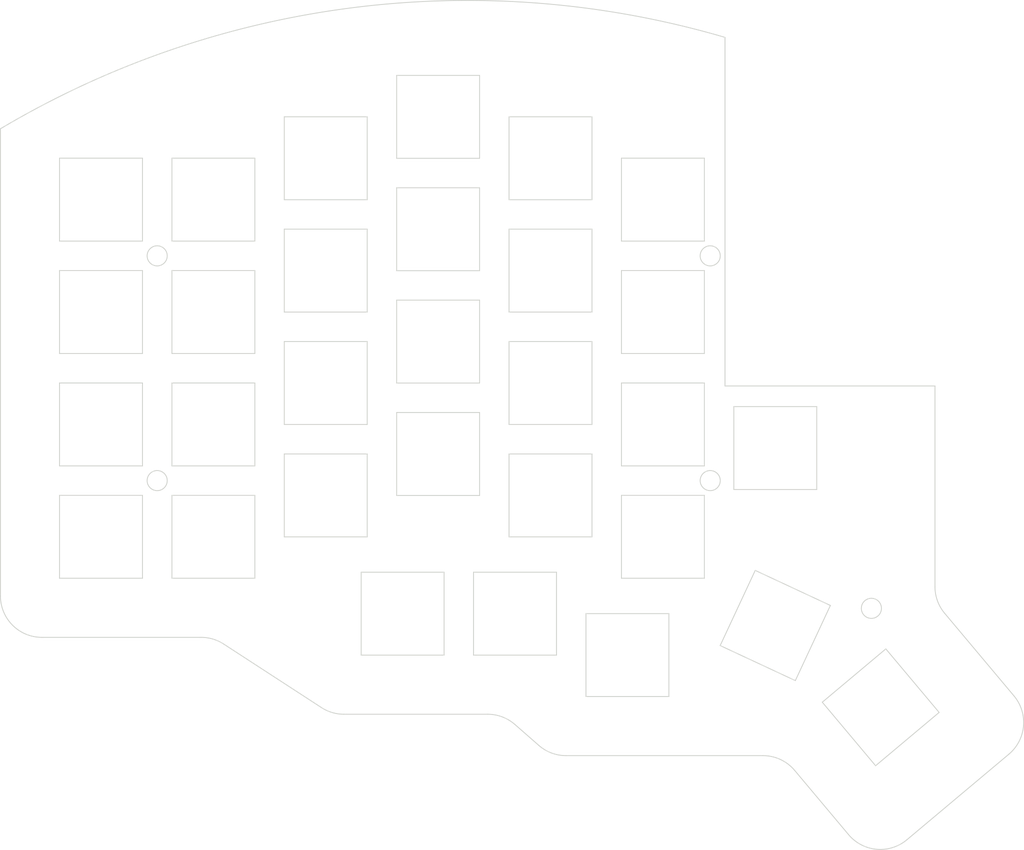
<source format=kicad_pcb>

            
(kicad_pcb (version 20171130) (host pcbnew 5.1.6)

  (page A3)
  (title_block
    (title plateTRAY)
    (rev v1.0.0)
    (company Unknown)
  )

  (general
    (thickness 1.6)
  )

  (layers
    (0 F.Cu signal)
    (31 B.Cu signal)
    (32 B.Adhes user)
    (33 F.Adhes user)
    (34 B.Paste user)
    (35 F.Paste user)
    (36 B.SilkS user)
    (37 F.SilkS user)
    (38 B.Mask user)
    (39 F.Mask user)
    (40 Dwgs.User user)
    (41 Cmts.User user)
    (42 Eco1.User user)
    (43 Eco2.User user)
    (44 Edge.Cuts user)
    (45 Margin user)
    (46 B.CrtYd user)
    (47 F.CrtYd user)
    (48 B.Fab user)
    (49 F.Fab user)
  )

  (setup
    (last_trace_width 0.25)
    (trace_clearance 0.2)
    (zone_clearance 0.508)
    (zone_45_only no)
    (trace_min 0.2)
    (via_size 0.8)
    (via_drill 0.4)
    (via_min_size 0.4)
    (via_min_drill 0.3)
    (uvia_size 0.3)
    (uvia_drill 0.1)
    (uvias_allowed no)
    (uvia_min_size 0.2)
    (uvia_min_drill 0.1)
    (edge_width 0.05)
    (segment_width 0.2)
    (pcb_text_width 0.3)
    (pcb_text_size 1.5 1.5)
    (mod_edge_width 0.12)
    (mod_text_size 1 1)
    (mod_text_width 0.15)
    (pad_size 1.524 1.524)
    (pad_drill 0.762)
    (pad_to_mask_clearance 0.05)
    (aux_axis_origin 0 0)
    (visible_elements FFFFFF7F)
    (pcbplotparams
      (layerselection 0x010fc_ffffffff)
      (usegerberextensions false)
      (usegerberattributes true)
      (usegerberadvancedattributes true)
      (creategerberjobfile true)
      (excludeedgelayer true)
      (linewidth 0.100000)
      (plotframeref false)
      (viasonmask false)
      (mode 1)
      (useauxorigin false)
      (hpglpennumber 1)
      (hpglpenspeed 20)
      (hpglpendiameter 15.000000)
      (psnegative false)
      (psa4output false)
      (plotreference true)
      (plotvalue true)
      (plotinvisibletext false)
      (padsonsilk false)
      (subtractmaskfromsilk false)
      (outputformat 1)
      (mirror false)
      (drillshape 1)
      (scaleselection 1)
      (outputdirectory ""))
  )

            (net 0 "")
            
  (net_class Default "This is the default net class."
    (clearance 0.2)
    (trace_width 0.25)
    (via_dia 0.8)
    (via_drill 0.4)
    (uvia_dia 0.3)
    (uvia_drill 0.1)
    (add_net "")
  )

            
            (gr_line (start 141 8.433987063444732) (end 141 -25.5) (angle 90) (layer Edge.Cuts) (width 0.15))
(gr_line (start -16.9740616 -69) (end -17 -69) (angle 90) (layer Edge.Cuts) (width 0.15))
(gr_line (start -17 10) (end -17 -69) (angle 90) (layer Edge.Cuts) (width 0.15))
(gr_line (start -10 17) (end 16.924919499999998 17) (angle 90) (layer Edge.Cuts) (width 0.15))
(gr_line (start 20.739838256590506 18.13089486678383) (end 37.2601617434095 28.869105133216173) (angle 90) (layer Edge.Cuts) (width 0.15))
(gr_line (start 41.075080500000006 30) (end 65.36985410000001 30) (angle 90) (layer Edge.Cuts) (width 0.15))
(gr_line (start 69.97938634336285 31.731963050442488) (end 74.02061365663717 35.268036949557526) (angle 90) (layer Edge.Cuts) (width 0.15))
(gr_line (start 78.6301459 37) (end 111.92036029519251 37) (angle 90) (layer Edge.Cuts) (width 0.15))
(gr_line (start 117.28267132048012 39.50048661096125) (end 126.39311910977483 50.35789549173862) (angle 90) (layer Edge.Cuts) (width 0.15))
(gr_line (start 136.25494352410118 51.220693127987445) (end 153.49094339246847 36.757971990289036) (angle 90) (layer Edge.Cuts) (width 0.15))
(gr_line (start 154.35374102871737 26.896147575962715) (end 142.6376889747124 12.933500452483486) (angle 90) (layer Edge.Cuts) (width 0.15))
(gr_arc (start -10 10) (end -17 10) (angle -90) (layer Edge.Cuts) (width 0.15))
(gr_arc (start 16.924919499999998 24) (end 20.739838199999998 18.1308949) (angle -33.02387043815346) (layer Edge.Cuts) (width 0.15))
(gr_arc (start 41.075080500000006 23) (end 37.260161800000006 28.8691051) (angle -33.02387043815344) (layer Edge.Cuts) (width 0.15))
(gr_arc (start 65.36985410000001 37) (end 69.97938630000002 31.7319631) (angle -41.18592462671639) (layer Edge.Cuts) (width 0.15))
(gr_arc (start 78.6301459 30) (end 74.0206137 35.2680369) (angle -41.185924626716286) (layer Edge.Cuts) (width 0.15))
(gr_arc (start 111.92036029519251 44) (end 117.28267129519251 39.5004866) (angle -49.9999988371234) (layer Edge.Cuts) (width 0.15))
(gr_arc (start 131.75543013506243 45.85838210269982) (end 126.39311913506242 50.35789550269982) (angle -89.99999999999957) (layer Edge.Cuts) (width 0.15))
(gr_arc (start 148.99143000342974 31.39566096500144) (end 153.49094340342975 36.75797196500144) (angle -89.99999999999983) (layer Edge.Cuts) (width 0.15))
(gr_arc (start 148 8.433987063444732) (end 141 8.433987063444732) (angle -40.000001162876686) (layer Edge.Cuts) (width 0.15))
(gr_arc (start 62 64) (end 105.5 -84.43736860000001) (angle -47.0347896142913) (layer Edge.Cuts) (width 0.15))
(gr_line (start -7.01 7.01) (end 7.01 7.01) (angle 90) (layer Edge.Cuts) (width 0.15))
(gr_line (start 7.01 7.01) (end 7.01 -7.01) (angle 90) (layer Edge.Cuts) (width 0.15))
(gr_line (start 7.01 -7.01) (end -7.01 -7.01) (angle 90) (layer Edge.Cuts) (width 0.15))
(gr_line (start -7.01 -7.01) (end -7.01 7.01) (angle 90) (layer Edge.Cuts) (width 0.15))
(gr_line (start -7.01 -11.99) (end 7.01 -11.99) (angle 90) (layer Edge.Cuts) (width 0.15))
(gr_line (start 7.01 -11.99) (end 7.01 -26.009999999999998) (angle 90) (layer Edge.Cuts) (width 0.15))
(gr_line (start 7.01 -26.009999999999998) (end -7.01 -26.009999999999998) (angle 90) (layer Edge.Cuts) (width 0.15))
(gr_line (start -7.01 -26.009999999999998) (end -7.01 -11.99) (angle 90) (layer Edge.Cuts) (width 0.15))
(gr_line (start -7.01 -30.990000000000002) (end 7.01 -30.990000000000002) (angle 90) (layer Edge.Cuts) (width 0.15))
(gr_line (start 7.01 -30.990000000000002) (end 7.01 -45.010000000000005) (angle 90) (layer Edge.Cuts) (width 0.15))
(gr_line (start 7.01 -45.010000000000005) (end -7.01 -45.010000000000005) (angle 90) (layer Edge.Cuts) (width 0.15))
(gr_line (start -7.01 -45.010000000000005) (end -7.01 -30.990000000000002) (angle 90) (layer Edge.Cuts) (width 0.15))
(gr_line (start -7.01 -49.99) (end 7.01 -49.99) (angle 90) (layer Edge.Cuts) (width 0.15))
(gr_line (start 7.01 -49.99) (end 7.01 -64.01) (angle 90) (layer Edge.Cuts) (width 0.15))
(gr_line (start 7.01 -64.01) (end -7.01 -64.01) (angle 90) (layer Edge.Cuts) (width 0.15))
(gr_line (start -7.01 -64.01) (end -7.01 -49.99) (angle 90) (layer Edge.Cuts) (width 0.15))
(gr_line (start 11.99 7.01) (end 26.009999999999998 7.01) (angle 90) (layer Edge.Cuts) (width 0.15))
(gr_line (start 26.009999999999998 7.01) (end 26.009999999999998 -7.01) (angle 90) (layer Edge.Cuts) (width 0.15))
(gr_line (start 26.009999999999998 -7.01) (end 11.99 -7.01) (angle 90) (layer Edge.Cuts) (width 0.15))
(gr_line (start 11.99 -7.01) (end 11.99 7.01) (angle 90) (layer Edge.Cuts) (width 0.15))
(gr_line (start 11.99 -11.99) (end 26.009999999999998 -11.99) (angle 90) (layer Edge.Cuts) (width 0.15))
(gr_line (start 26.009999999999998 -11.99) (end 26.009999999999998 -26.009999999999998) (angle 90) (layer Edge.Cuts) (width 0.15))
(gr_line (start 26.009999999999998 -26.009999999999998) (end 11.99 -26.009999999999998) (angle 90) (layer Edge.Cuts) (width 0.15))
(gr_line (start 11.99 -26.009999999999998) (end 11.99 -11.99) (angle 90) (layer Edge.Cuts) (width 0.15))
(gr_line (start 11.99 -30.990000000000002) (end 26.009999999999998 -30.990000000000002) (angle 90) (layer Edge.Cuts) (width 0.15))
(gr_line (start 26.009999999999998 -30.990000000000002) (end 26.009999999999998 -45.010000000000005) (angle 90) (layer Edge.Cuts) (width 0.15))
(gr_line (start 26.009999999999998 -45.010000000000005) (end 11.99 -45.010000000000005) (angle 90) (layer Edge.Cuts) (width 0.15))
(gr_line (start 11.99 -45.010000000000005) (end 11.99 -30.990000000000002) (angle 90) (layer Edge.Cuts) (width 0.15))
(gr_line (start 11.99 -49.99) (end 26.009999999999998 -49.99) (angle 90) (layer Edge.Cuts) (width 0.15))
(gr_line (start 26.009999999999998 -49.99) (end 26.009999999999998 -64.01) (angle 90) (layer Edge.Cuts) (width 0.15))
(gr_line (start 26.009999999999998 -64.01) (end 11.99 -64.01) (angle 90) (layer Edge.Cuts) (width 0.15))
(gr_line (start 11.99 -64.01) (end 11.99 -49.99) (angle 90) (layer Edge.Cuts) (width 0.15))
(gr_line (start 30.990000000000002 0.009999999999999787) (end 45.010000000000005 0.009999999999999787) (angle 90) (layer Edge.Cuts) (width 0.15))
(gr_line (start 45.010000000000005 0.009999999999999787) (end 45.010000000000005 -14.01) (angle 90) (layer Edge.Cuts) (width 0.15))
(gr_line (start 45.010000000000005 -14.01) (end 30.990000000000002 -14.01) (angle 90) (layer Edge.Cuts) (width 0.15))
(gr_line (start 30.990000000000002 -14.01) (end 30.990000000000002 0.009999999999999787) (angle 90) (layer Edge.Cuts) (width 0.15))
(gr_line (start 30.990000000000002 -18.990000000000002) (end 45.010000000000005 -18.990000000000002) (angle 90) (layer Edge.Cuts) (width 0.15))
(gr_line (start 45.010000000000005 -18.990000000000002) (end 45.010000000000005 -33.010000000000005) (angle 90) (layer Edge.Cuts) (width 0.15))
(gr_line (start 45.010000000000005 -33.010000000000005) (end 30.990000000000002 -33.010000000000005) (angle 90) (layer Edge.Cuts) (width 0.15))
(gr_line (start 30.990000000000002 -33.010000000000005) (end 30.990000000000002 -18.990000000000002) (angle 90) (layer Edge.Cuts) (width 0.15))
(gr_line (start 30.990000000000002 -37.99) (end 45.010000000000005 -37.99) (angle 90) (layer Edge.Cuts) (width 0.15))
(gr_line (start 45.010000000000005 -37.99) (end 45.010000000000005 -52.010000000000005) (angle 90) (layer Edge.Cuts) (width 0.15))
(gr_line (start 45.010000000000005 -52.010000000000005) (end 30.990000000000002 -52.010000000000005) (angle 90) (layer Edge.Cuts) (width 0.15))
(gr_line (start 30.990000000000002 -52.010000000000005) (end 30.990000000000002 -37.99) (angle 90) (layer Edge.Cuts) (width 0.15))
(gr_line (start 30.990000000000002 -56.99) (end 45.010000000000005 -56.99) (angle 90) (layer Edge.Cuts) (width 0.15))
(gr_line (start 45.010000000000005 -56.99) (end 45.010000000000005 -71.01) (angle 90) (layer Edge.Cuts) (width 0.15))
(gr_line (start 45.010000000000005 -71.01) (end 30.990000000000002 -71.01) (angle 90) (layer Edge.Cuts) (width 0.15))
(gr_line (start 30.990000000000002 -71.01) (end 30.990000000000002 -56.99) (angle 90) (layer Edge.Cuts) (width 0.15))
(gr_line (start 49.99 -6.99) (end 64.01 -6.99) (angle 90) (layer Edge.Cuts) (width 0.15))
(gr_line (start 64.01 -6.99) (end 64.01 -21.009999999999998) (angle 90) (layer Edge.Cuts) (width 0.15))
(gr_line (start 64.01 -21.009999999999998) (end 49.99 -21.009999999999998) (angle 90) (layer Edge.Cuts) (width 0.15))
(gr_line (start 49.99 -21.009999999999998) (end 49.99 -6.99) (angle 90) (layer Edge.Cuts) (width 0.15))
(gr_line (start 49.99 -25.990000000000002) (end 64.01 -25.990000000000002) (angle 90) (layer Edge.Cuts) (width 0.15))
(gr_line (start 64.01 -25.990000000000002) (end 64.01 -40.010000000000005) (angle 90) (layer Edge.Cuts) (width 0.15))
(gr_line (start 64.01 -40.010000000000005) (end 49.99 -40.010000000000005) (angle 90) (layer Edge.Cuts) (width 0.15))
(gr_line (start 49.99 -40.010000000000005) (end 49.99 -25.990000000000002) (angle 90) (layer Edge.Cuts) (width 0.15))
(gr_line (start 49.99 -44.99) (end 64.01 -44.99) (angle 90) (layer Edge.Cuts) (width 0.15))
(gr_line (start 64.01 -44.99) (end 64.01 -59.010000000000005) (angle 90) (layer Edge.Cuts) (width 0.15))
(gr_line (start 64.01 -59.010000000000005) (end 49.99 -59.010000000000005) (angle 90) (layer Edge.Cuts) (width 0.15))
(gr_line (start 49.99 -59.010000000000005) (end 49.99 -44.99) (angle 90) (layer Edge.Cuts) (width 0.15))
(gr_line (start 49.99 -63.99) (end 64.01 -63.99) (angle 90) (layer Edge.Cuts) (width 0.15))
(gr_line (start 64.01 -63.99) (end 64.01 -78.01) (angle 90) (layer Edge.Cuts) (width 0.15))
(gr_line (start 64.01 -78.01) (end 49.99 -78.01) (angle 90) (layer Edge.Cuts) (width 0.15))
(gr_line (start 49.99 -78.01) (end 49.99 -63.99) (angle 90) (layer Edge.Cuts) (width 0.15))
(gr_line (start 68.99 0.009999999999999787) (end 83.00999999999999 0.009999999999999787) (angle 90) (layer Edge.Cuts) (width 0.15))
(gr_line (start 83.00999999999999 0.009999999999999787) (end 83.00999999999999 -14.01) (angle 90) (layer Edge.Cuts) (width 0.15))
(gr_line (start 83.00999999999999 -14.01) (end 68.99 -14.01) (angle 90) (layer Edge.Cuts) (width 0.15))
(gr_line (start 68.99 -14.01) (end 68.99 0.009999999999999787) (angle 90) (layer Edge.Cuts) (width 0.15))
(gr_line (start 68.99 -18.990000000000002) (end 83.00999999999999 -18.990000000000002) (angle 90) (layer Edge.Cuts) (width 0.15))
(gr_line (start 83.00999999999999 -18.990000000000002) (end 83.00999999999999 -33.010000000000005) (angle 90) (layer Edge.Cuts) (width 0.15))
(gr_line (start 83.00999999999999 -33.010000000000005) (end 68.99 -33.010000000000005) (angle 90) (layer Edge.Cuts) (width 0.15))
(gr_line (start 68.99 -33.010000000000005) (end 68.99 -18.990000000000002) (angle 90) (layer Edge.Cuts) (width 0.15))
(gr_line (start 68.99 -37.99) (end 83.00999999999999 -37.99) (angle 90) (layer Edge.Cuts) (width 0.15))
(gr_line (start 83.00999999999999 -37.99) (end 83.00999999999999 -52.010000000000005) (angle 90) (layer Edge.Cuts) (width 0.15))
(gr_line (start 83.00999999999999 -52.010000000000005) (end 68.99 -52.010000000000005) (angle 90) (layer Edge.Cuts) (width 0.15))
(gr_line (start 68.99 -52.010000000000005) (end 68.99 -37.99) (angle 90) (layer Edge.Cuts) (width 0.15))
(gr_line (start 68.99 -56.99) (end 83.00999999999999 -56.99) (angle 90) (layer Edge.Cuts) (width 0.15))
(gr_line (start 83.00999999999999 -56.99) (end 83.00999999999999 -71.01) (angle 90) (layer Edge.Cuts) (width 0.15))
(gr_line (start 83.00999999999999 -71.01) (end 68.99 -71.01) (angle 90) (layer Edge.Cuts) (width 0.15))
(gr_line (start 68.99 -71.01) (end 68.99 -56.99) (angle 90) (layer Edge.Cuts) (width 0.15))
(gr_line (start 87.99 7.01) (end 102.00999999999999 7.01) (angle 90) (layer Edge.Cuts) (width 0.15))
(gr_line (start 102.00999999999999 7.01) (end 102.00999999999999 -7.01) (angle 90) (layer Edge.Cuts) (width 0.15))
(gr_line (start 102.00999999999999 -7.01) (end 87.99 -7.01) (angle 90) (layer Edge.Cuts) (width 0.15))
(gr_line (start 87.99 -7.01) (end 87.99 7.01) (angle 90) (layer Edge.Cuts) (width 0.15))
(gr_line (start 87.99 -11.99) (end 102.00999999999999 -11.99) (angle 90) (layer Edge.Cuts) (width 0.15))
(gr_line (start 102.00999999999999 -11.99) (end 102.00999999999999 -26.009999999999998) (angle 90) (layer Edge.Cuts) (width 0.15))
(gr_line (start 102.00999999999999 -26.009999999999998) (end 87.99 -26.009999999999998) (angle 90) (layer Edge.Cuts) (width 0.15))
(gr_line (start 87.99 -26.009999999999998) (end 87.99 -11.99) (angle 90) (layer Edge.Cuts) (width 0.15))
(gr_line (start 87.99 -30.990000000000002) (end 102.00999999999999 -30.990000000000002) (angle 90) (layer Edge.Cuts) (width 0.15))
(gr_line (start 102.00999999999999 -30.990000000000002) (end 102.00999999999999 -45.010000000000005) (angle 90) (layer Edge.Cuts) (width 0.15))
(gr_line (start 102.00999999999999 -45.010000000000005) (end 87.99 -45.010000000000005) (angle 90) (layer Edge.Cuts) (width 0.15))
(gr_line (start 87.99 -45.010000000000005) (end 87.99 -30.990000000000002) (angle 90) (layer Edge.Cuts) (width 0.15))
(gr_line (start 87.99 -49.99) (end 102.00999999999999 -49.99) (angle 90) (layer Edge.Cuts) (width 0.15))
(gr_line (start 102.00999999999999 -49.99) (end 102.00999999999999 -64.01) (angle 90) (layer Edge.Cuts) (width 0.15))
(gr_line (start 102.00999999999999 -64.01) (end 87.99 -64.01) (angle 90) (layer Edge.Cuts) (width 0.15))
(gr_line (start 87.99 -64.01) (end 87.99 -49.99) (angle 90) (layer Edge.Cuts) (width 0.15))
(gr_line (start 43.99 20.009999999999998) (end 58.010000000000005 20.009999999999998) (angle 90) (layer Edge.Cuts) (width 0.15))
(gr_line (start 58.010000000000005 20.009999999999998) (end 58.010000000000005 5.989999999999998) (angle 90) (layer Edge.Cuts) (width 0.15))
(gr_line (start 58.010000000000005 5.989999999999998) (end 43.99 5.989999999999998) (angle 90) (layer Edge.Cuts) (width 0.15))
(gr_line (start 43.99 5.989999999999998) (end 43.99 20.009999999999998) (angle 90) (layer Edge.Cuts) (width 0.15))
(gr_line (start 62.99 20.009999999999998) (end 77.01 20.009999999999998) (angle 90) (layer Edge.Cuts) (width 0.15))
(gr_line (start 77.01 20.009999999999998) (end 77.01 5.989999999999998) (angle 90) (layer Edge.Cuts) (width 0.15))
(gr_line (start 77.01 5.989999999999998) (end 62.99 5.989999999999998) (angle 90) (layer Edge.Cuts) (width 0.15))
(gr_line (start 62.99 5.989999999999998) (end 62.99 20.009999999999998) (angle 90) (layer Edge.Cuts) (width 0.15))
(gr_line (start 81.99 27.009999999999998) (end 96.00999999999999 27.009999999999998) (angle 90) (layer Edge.Cuts) (width 0.15))
(gr_line (start 96.00999999999999 27.009999999999998) (end 96.00999999999999 12.989999999999998) (angle 90) (layer Edge.Cuts) (width 0.15))
(gr_line (start 96.00999999999999 12.989999999999998) (end 81.99 12.989999999999998) (angle 90) (layer Edge.Cuts) (width 0.15))
(gr_line (start 81.99 12.989999999999998) (end 81.99 27.009999999999998) (angle 90) (layer Edge.Cuts) (width 0.15))
(gr_line (start 106.99 -7.99) (end 121.00999999999999 -7.99) (angle 90) (layer Edge.Cuts) (width 0.15))
(gr_line (start 121.00999999999999 -7.99) (end 121.00999999999999 -22.009999999999998) (angle 90) (layer Edge.Cuts) (width 0.15))
(gr_line (start 121.00999999999999 -22.009999999999998) (end 106.99 -22.009999999999998) (angle 90) (layer Edge.Cuts) (width 0.15))
(gr_line (start 106.99 -22.009999999999998) (end 106.99 -7.99) (angle 90) (layer Edge.Cuts) (width 0.15))
(gr_line (start 104.6842284 18.390663599999996) (end 117.3906636 24.315771599999998) (angle 90) (layer Edge.Cuts) (width 0.15))
(gr_line (start 117.3906636 24.315771599999998) (end 123.31577159999999 11.609336399999998) (angle 90) (layer Edge.Cuts) (width 0.15))
(gr_line (start 123.31577159999999 11.609336399999998) (end 110.60933639999999 5.6842283999999985) (angle 90) (layer Edge.Cuts) (width 0.15))
(gr_line (start 110.60933639999999 5.6842283999999985) (end 104.6842284 18.390663599999996) (angle 90) (layer Edge.Cuts) (width 0.15))
(gr_line (start 121.9497673 27.965110300000003) (end 130.9616496 38.705053400000004) (angle 90) (layer Edge.Cuts) (width 0.15))
(gr_line (start 130.9616496 38.705053400000004) (end 141.7015927 29.6931711) (angle 90) (layer Edge.Cuts) (width 0.15))
(gr_line (start 141.7015927 29.6931711) (end 132.6897104 18.953228000000003) (angle 90) (layer Edge.Cuts) (width 0.15))
(gr_line (start 132.6897104 18.953228000000003) (end 121.9497673 27.965110300000003) (angle 90) (layer Edge.Cuts) (width 0.15))
(gr_line (start 105.5 -25.5) (end 141 -25.5) (angle 90) (layer Edge.Cuts) (width 0.15))
(gr_line (start 105.5 -84.43736860000001) (end 105.5 -25.5) (angle 90) (layer Edge.Cuts) (width 0.15))
(gr_circle (center 9.5 -47.5) (end 11.2 -47.5) (layer Edge.Cuts) (width 0.15))
(gr_circle (center 9.5 -9.5) (end 11.2 -9.5) (layer Edge.Cuts) (width 0.15))
(gr_circle (center 103 -9.5) (end 104.7 -9.5) (layer Edge.Cuts) (width 0.15))
(gr_circle (center 103 -47.5) (end 104.7 -47.5) (layer Edge.Cuts) (width 0.15))
(gr_circle (center 130.2500286 12.0954226) (end 131.9500286 12.0954226) (layer Edge.Cuts) (width 0.15))
            
)

        
</source>
